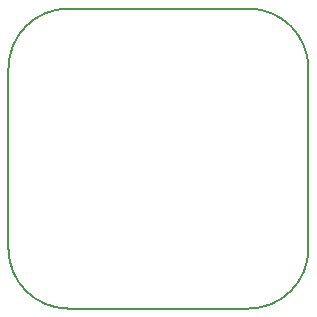
<source format=gbr>
G04 #@! TF.GenerationSoftware,KiCad,Pcbnew,(2017-06-21 revision 375ec9f)-master*
G04 #@! TF.CreationDate,2017-07-22T22:15:58-04:00*
G04 #@! TF.ProjectId,light_reactive_nodes,6C696768745F72656163746976655F6E,rev?*
G04 #@! TF.SameCoordinates,Original
G04 #@! TF.FileFunction,Profile,NP*
%FSLAX46Y46*%
G04 Gerber Fmt 4.6, Leading zero omitted, Abs format (unit mm)*
G04 Created by KiCad (PCBNEW (2017-06-21 revision 375ec9f)-master) date Sat Jul 22 22:15:58 2017*
%MOMM*%
%LPD*%
G01*
G04 APERTURE LIST*
%ADD10C,0.100000*%
%ADD11C,0.150000*%
G04 APERTURE END LIST*
D10*
D11*
X124460000Y-134620000D02*
X124460000Y-119380000D01*
X104140000Y-139700000D02*
X119380000Y-139700000D01*
X99060000Y-119380000D02*
X99060000Y-134620000D01*
X119380000Y-114300000D02*
X104140000Y-114300000D01*
X119380000Y-139700000D02*
G75*
G03X124460000Y-134620000I0J5080000D01*
G01*
X99060000Y-134620000D02*
G75*
G03X104140000Y-139700000I5080000J0D01*
G01*
X104140000Y-114300000D02*
G75*
G03X99060000Y-119380000I0J-5080000D01*
G01*
X124460000Y-119380000D02*
G75*
G03X119380000Y-114300000I-5080000J0D01*
G01*
M02*

</source>
